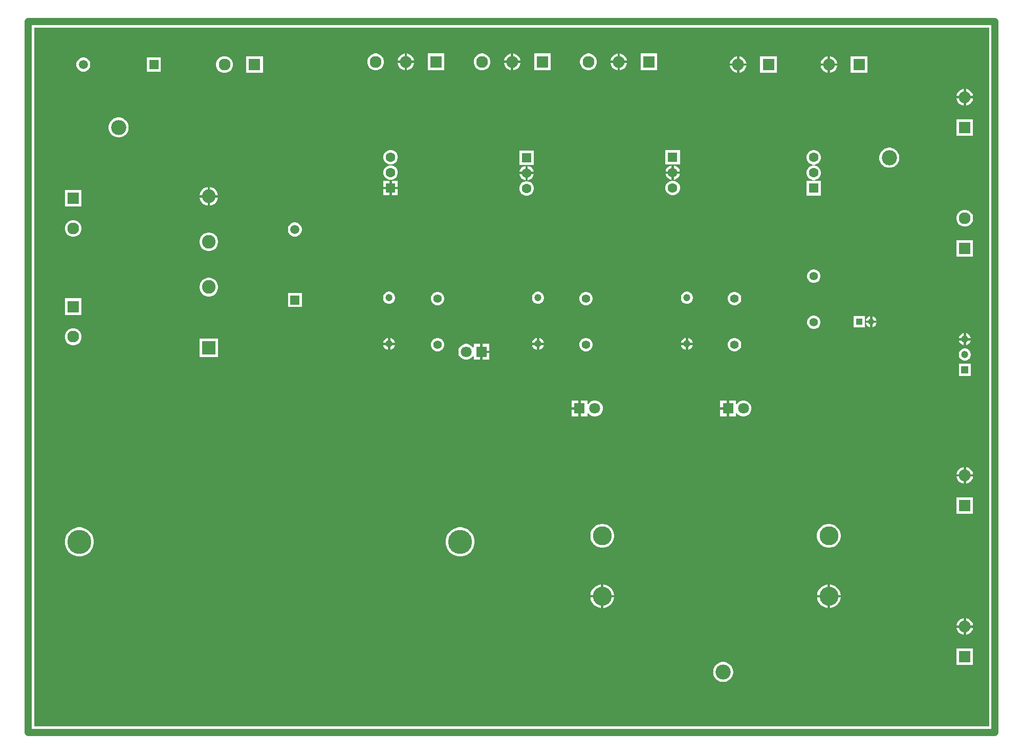
<source format=gbl>
%FSDAX23Y23*%
%MOIN*%
%SFA1B1*%

%IPPOS*%
%ADD38C,0.047000*%
%ADD40C,0.063000*%
%ADD41R,0.063000X0.063000*%
%ADD42C,0.157000*%
%ADD43C,0.123000*%
%ADD44O,0.099000X0.097000*%
%ADD45O,0.099000X0.099000*%
%ADD46C,0.055000*%
%ADD47C,0.063000*%
%ADD48R,0.063000X0.063000*%
%ADD49C,0.071000*%
%ADD50R,0.071000X0.071000*%
%ADD51C,0.047000*%
%ADD52R,0.077000X0.077000*%
%ADD53C,0.077000*%
%ADD54R,0.077000X0.077000*%
%ADD55C,0.059000*%
%ADD56R,0.059000X0.059000*%
%ADD57C,0.089000*%
%ADD58R,0.089000X0.089000*%
%ADD59R,0.059000X0.059000*%
%ADD60R,0.047000X0.047000*%
%ADD61R,0.041000X0.041000*%
%ADD62C,0.041000*%
%LNfuente-1*%
%LPD*%
G36*
X06260Y00040D02*
X00040D01*
Y04586*
X06260*
Y00040*
G37*
%LNfuente-2*%
%LPC*%
G36*
X03855Y04418D02*
Y04372D01*
X03901*
X03898Y04385*
X03891Y04397*
X03881Y04407*
X03868Y04414*
X03855Y04418*
G37*
G36*
X03162D02*
Y04372D01*
X03208*
X03204Y04385*
X03197Y04397*
X03187Y04407*
X03175Y04414*
X03162Y04418*
G37*
G36*
X02469D02*
Y04372D01*
X02515*
X02511Y04385*
X02504Y04397*
X02494Y04407*
X02482Y04414*
X02469Y04418*
G37*
G36*
X03840D02*
X03827Y04414D01*
X03814Y04407*
X03804Y04397*
X03797Y04385*
X03794Y04372*
X03840*
Y04418*
G37*
G36*
X03146D02*
X03133Y04414D01*
X03121Y04407*
X03111Y04397*
X03104Y04385*
X03100Y04372*
X03146*
Y04418*
G37*
G36*
X02453D02*
X02440Y04414D01*
X02427Y04407*
X02417Y04397*
X02410Y04385*
X02407Y04372*
X02453*
Y04418*
G37*
G36*
X05224Y04400D02*
Y04354D01*
X05270*
X05267Y04367*
X05260Y04379*
X05250Y04390*
X05237Y04397*
X05224Y04400*
G37*
G36*
X04634D02*
Y04354D01*
X04680*
X04676Y04367*
X04669Y04379*
X04659Y04390*
X04647Y04397*
X04634Y04400*
G37*
G36*
X05209D02*
X05196Y04397D01*
X05183Y04390*
X05173Y04379*
X05166Y04367*
X05163Y04354*
X05209*
Y04400*
G37*
G36*
X04618D02*
X04605Y04397D01*
X04593Y04390*
X04583Y04379*
X04576Y04367*
X04572Y04354*
X04618*
Y04400*
G37*
G36*
X03208Y04356D02*
X03162D01*
Y04310*
X03175Y04314*
X03187Y04321*
X03197Y04331*
X03204Y04343*
X03208Y04356*
G37*
G36*
X02515D02*
X02469D01*
Y04310*
X02482Y04314*
X02494Y04321*
X02504Y04331*
X02511Y04343*
X02515Y04356*
G37*
G36*
X03901D02*
X03855D01*
Y04310*
X03868Y04314*
X03881Y04321*
X03891Y04331*
X03898Y04343*
X03901Y04356*
G37*
G36*
X03840D02*
X03794D01*
X03797Y04343*
X03804Y04331*
X03814Y04321*
X03827Y04314*
X03840Y04310*
Y04356*
G37*
G36*
X03146D02*
X03100D01*
X03104Y04343*
X03111Y04331*
X03121Y04321*
X03133Y04314*
X03146Y04310*
Y04356*
G37*
G36*
X02453D02*
X02407D01*
X02410Y04343*
X02417Y04331*
X02427Y04321*
X02440Y04314*
X02453Y04310*
Y04356*
G37*
G36*
X04098Y04418D02*
X03990D01*
Y04310*
X04098*
Y04418*
G37*
G36*
X03658D02*
X03644D01*
X03630Y04414*
X03617Y04407*
X03607Y04397*
X03600Y04385*
X03596Y04371*
Y04357*
X03600Y04343*
X03607Y04331*
X03617Y04321*
X03630Y04314*
X03644Y04310*
X03658*
X03672Y04314*
X03684Y04321*
X03694Y04331*
X03701Y04343*
X03705Y04357*
Y04371*
X03701Y04385*
X03694Y04397*
X03684Y04407*
X03672Y04414*
X03658Y04418*
G37*
G36*
X03405D02*
X03297D01*
Y04310*
X03405*
Y04418*
G37*
G36*
X02964D02*
X02950D01*
X02936Y04414*
X02924Y04407*
X02914Y04397*
X02907Y04385*
X02903Y04371*
Y04357*
X02907Y04343*
X02914Y04331*
X02924Y04321*
X02936Y04314*
X02950Y04310*
X02964*
X02978Y04314*
X02990Y04321*
X03001Y04331*
X03008Y04343*
X03011Y04357*
Y04371*
X03008Y04385*
X03001Y04397*
X02990Y04407*
X02978Y04414*
X02964Y04418*
G37*
G36*
X02712D02*
X02603D01*
Y04310*
X02712*
Y04418*
G37*
G36*
X02271D02*
X02257D01*
X02243Y04414*
X02231Y04407*
X02220Y04397*
X02213Y04385*
X02210Y04371*
Y04357*
X02213Y04343*
X02220Y04331*
X02231Y04321*
X02243Y04314*
X02257Y04310*
X02271*
X02285Y04314*
X02297Y04321*
X02307Y04331*
X02314Y04343*
X02318Y04357*
Y04371*
X02314Y04385*
X02307Y04397*
X02297Y04407*
X02285Y04414*
X02271Y04418*
G37*
G36*
X00865Y04392D02*
X00775D01*
Y04301*
X00865*
Y04392*
G37*
G36*
X00367D02*
X00355D01*
X00344Y04388*
X00333Y04382*
X00325Y04374*
X00319Y04364*
X00316Y04352*
Y04340*
X00319Y04329*
X00325Y04318*
X00333Y04310*
X00344Y04304*
X00355Y04301*
X00367*
X00379Y04304*
X00389Y04310*
X00397Y04318*
X00403Y04329*
X00406Y04340*
Y04352*
X00403Y04364*
X00397Y04374*
X00389Y04382*
X00379Y04388*
X00367Y04392*
G37*
G36*
X05270Y04338D02*
X05224D01*
Y04292*
X05237Y04296*
X05250Y04303*
X05260Y04313*
X05267Y04325*
X05270Y04338*
G37*
G36*
X04680D02*
X04634D01*
Y04292*
X04647Y04296*
X04659Y04303*
X04669Y04313*
X04676Y04325*
X04680Y04338*
G37*
G36*
X05209D02*
X05163D01*
X05166Y04325*
X05173Y04313*
X05183Y04303*
X05196Y04296*
X05209Y04292*
Y04338*
G37*
G36*
X04618D02*
X04572D01*
X04576Y04325*
X04583Y04313*
X04593Y04303*
X04605Y04296*
X04618Y04292*
Y04338*
G37*
G36*
X05468Y04400D02*
X05359D01*
Y04292*
X05468*
Y04400*
G37*
G36*
X04877D02*
X04769D01*
Y04292*
X04877*
Y04400*
G37*
G36*
X01531D02*
X01422D01*
Y04292*
X01531*
Y04400*
G37*
G36*
X01287D02*
X01272D01*
X01259Y04397*
X01246Y04390*
X01236Y04379*
X01229Y04367*
X01225Y04353*
Y04339*
X01229Y04325*
X01236Y04313*
X01246Y04303*
X01259Y04296*
X01272Y04292*
X01287*
X01300Y04296*
X01313Y04303*
X01323Y04313*
X01330Y04325*
X01334Y04339*
Y04353*
X01330Y04367*
X01323Y04379*
X01313Y04390*
X01300Y04397*
X01287Y04400*
G37*
G36*
X06110Y04188D02*
Y04142D01*
X06156*
X06153Y04155*
X06146Y04167*
X06136Y04177*
X06123Y04184*
X06110Y04188*
G37*
G36*
X06094D02*
X06081Y04184D01*
X06069Y04177*
X06059Y04167*
X06052Y04155*
X06048Y04142*
X06094*
Y04188*
G37*
G36*
X06156Y04126D02*
X06110D01*
Y04080*
X06123Y04083*
X06136Y04091*
X06146Y04101*
X06153Y04113*
X06156Y04126*
G37*
G36*
X06094D02*
X06048D01*
X06052Y04113*
X06059Y04101*
X06069Y04091*
X06081Y04083*
X06094Y04080*
Y04126*
G37*
G36*
X06156Y03991D02*
X06048D01*
Y03883*
X06156*
Y03991*
G37*
G36*
X00597Y04002D02*
X00584D01*
X00572Y04000*
X00560Y03995*
X00549Y03987*
X00545Y03983*
X00544*
Y03982*
X00540Y03978*
X00537Y03974*
X00536Y03973*
X00535Y03971*
X00533Y03968*
X00531Y03964*
X00530Y03962*
X00529Y03959*
X00528Y03956*
X00527Y03952*
X00526Y03950*
Y03947*
Y03943*
Y03940*
X00525Y03937*
X00526Y03934*
Y03931*
Y03927*
Y03924*
X00527Y03922*
X00528Y03918*
X00529Y03915*
X00530Y03912*
X00531Y03910*
X00533Y03906*
X00535Y03903*
X00536Y03901*
X00537Y03900*
X00540Y03896*
X00544Y03892*
Y03891*
X00545*
X00549Y03887*
X00560Y03879*
X00572Y03875*
X00584Y03872*
X00597*
X00610Y03875*
X00621Y03879*
X00632Y03887*
X00636Y03891*
X00637*
Y03892*
X00641Y03896*
X00644Y03900*
X00645Y03901*
X00646Y03903*
X00648Y03906*
X00650Y03910*
X00651Y03912*
X00652Y03915*
X00653Y03918*
X00654Y03922*
X00655Y03924*
Y03927*
X00656Y03931*
Y03934*
Y03937*
Y03940*
Y03943*
X00655Y03947*
Y03950*
X00654Y03952*
X00653Y03956*
X00652Y03959*
X00651Y03962*
X00650Y03964*
X00648Y03968*
X00646Y03971*
X00645Y03973*
X00644Y03974*
X00641Y03978*
X00637Y03982*
Y03983*
X00636*
X00632Y03987*
X00621Y03995*
X00610Y04000*
X00597Y04002*
G37*
G36*
X04247Y03791D02*
X04152D01*
Y03696*
X04247*
Y03791*
G37*
G36*
X02368D02*
X02356D01*
X02344Y03787*
X02333Y03781*
X02324Y03772*
X02318Y03762*
X02315Y03750*
Y03737*
X02318Y03725*
X02324Y03714*
X02333Y03706*
X02344Y03699*
X02356Y03696*
X02368*
X02380Y03699*
X02391Y03706*
X02400Y03714*
X02406Y03725*
X02409Y03737*
Y03750*
X02406Y03762*
X02400Y03772*
X02391Y03781*
X02380Y03787*
X02368Y03791*
G37*
G36*
X05124Y03789D02*
X05112D01*
X05100Y03786*
X05089Y03780*
X05080Y03771*
X05074Y03760*
X05071Y03748*
Y03736*
X05074Y03723*
X05080Y03713*
X05089Y03704*
X05100Y03698*
X05112Y03694*
X05124*
X05136Y03698*
X05147Y03704*
X05156Y03713*
X05162Y03723*
X05165Y03736*
Y03748*
X05162Y03760*
X05156Y03771*
X05147Y03780*
X05136Y03786*
X05124Y03789*
G37*
G36*
X03295Y03787D02*
X03201D01*
Y03693*
X03295*
Y03787*
G37*
G36*
X05610Y03805D02*
X05607D01*
X05604*
X05601*
X05597Y03804*
X05594Y03803*
X05591*
X05588Y03801*
X05585Y03800*
X05582Y03799*
X05579Y03798*
X05577Y03796*
X05574Y03794*
X05571Y03792*
X05569Y03791*
X05567Y03788*
X05564Y03786*
X05562Y03784*
X05560Y03782*
X05558Y03779*
X05556Y03776*
X05554Y03774*
X05553Y03771*
X05551Y03768*
X05550Y03765*
X05549Y03762*
X05548Y03759*
X05547Y03756*
X05546Y03753*
Y03750*
X05545Y03747*
Y03743*
Y03740*
Y03737*
Y03734*
X05546Y03731*
Y03727*
X05547Y03724*
X05548Y03721*
X05549Y03718*
X05550Y03715*
X05551Y03712*
X05553Y03709*
X05554Y03707*
X05556Y03704*
X05558Y03701*
X05560Y03699*
X05562Y03696*
X05564Y03694*
X05567Y03692*
X05569Y03690*
X05571Y03688*
X05574Y03686*
X05577Y03684*
X05579Y03683*
X05582Y03681*
X05585Y03680*
X05588Y03679*
X05591Y03678*
X05594Y03677*
X05597Y03676*
X05601*
X05604Y03675*
X05607*
X05610*
X05613*
X05617*
X05620Y03676*
X05623*
X05626Y03677*
X05629Y03678*
X05632Y03679*
X05635Y03680*
X05638Y03681*
X05641Y03683*
X05644Y03684*
X05647Y03686*
X05649Y03688*
X05652Y03690*
X05654Y03692*
X05656Y03694*
X05658Y03696*
X05661Y03699*
X05662Y03701*
X05665Y03704*
X05666Y03707*
X05668Y03709*
X05669Y03712*
X05671Y03715*
X05672Y03718*
X05673Y03721*
Y03724*
X05674Y03727*
X05675Y03731*
Y03734*
Y03737*
X05676Y03740*
X05675Y03743*
Y03747*
Y03750*
X05674Y03753*
X05673Y03756*
Y03759*
X05672Y03762*
X05671Y03765*
X05669Y03768*
X05668Y03771*
X05666Y03774*
X05665Y03776*
X05662Y03779*
X05661Y03782*
X05658Y03784*
X05656Y03786*
X05654Y03788*
X05652Y03791*
X05649Y03792*
X05647Y03794*
X05644Y03796*
X05641Y03798*
X05638Y03799*
X05635Y03800*
X05632Y03801*
X05629Y03803*
X05626*
X05623Y03804*
X05620Y03805*
X05617*
X05613*
X05610*
G37*
G36*
X04207Y03690D02*
Y03651D01*
X04246*
X04244Y03662*
X04237Y03672*
X04228Y03681*
X04218Y03687*
X04207Y03690*
G37*
G36*
X04192D02*
X04181Y03687D01*
X04170Y03681*
X04162Y03672*
X04155Y03662*
X04153Y03651*
X04192*
Y03690*
G37*
G36*
X03256Y03687D02*
Y03648D01*
X03295*
X03292Y03658*
X03286Y03669*
X03277Y03678*
X03266Y03684*
X03256Y03687*
G37*
G36*
X03240D02*
X03230Y03684D01*
X03219Y03678*
X03210Y03669*
X03204Y03658*
X03201Y03648*
X03240*
Y03687*
G37*
G36*
X04246Y03635D02*
X04207D01*
Y03597*
X04218Y03599*
X04228Y03606*
X04237Y03614*
X04244Y03625*
X04246Y03635*
G37*
G36*
X04192D02*
X04153D01*
X04155Y03625*
X04162Y03614*
X04170Y03606*
X04181Y03599*
X04192Y03597*
Y03635*
G37*
G36*
X02368Y03691D02*
X02356D01*
X02344Y03687*
X02333Y03681*
X02324Y03672*
X02318Y03662*
X02315Y03650*
Y03637*
X02318Y03625*
X02324Y03614*
X02333Y03606*
X02344Y03599*
X02356Y03596*
X02368*
X02380Y03599*
X02391Y03606*
X02400Y03614*
X02406Y03625*
X02409Y03637*
Y03650*
X02406Y03662*
X02400Y03672*
X02391Y03681*
X02380Y03687*
X02368Y03691*
G37*
G36*
X05124Y03689D02*
X05112D01*
X05100Y03686*
X05089Y03680*
X05080Y03671*
X05074Y03660*
X05071Y03648*
Y03636*
X05074Y03623*
X05080Y03613*
X05089Y03604*
X05100Y03598*
X05112Y03594*
X05124*
X05136Y03598*
X05147Y03604*
X05156Y03613*
X05162Y03623*
X05165Y03636*
Y03648*
X05162Y03660*
X05156Y03671*
X05147Y03680*
X05136Y03686*
X05124Y03689*
G37*
G36*
X03295Y03632D02*
X03256D01*
Y03593*
X03266Y03596*
X03277Y03602*
X03286Y03611*
X03292Y03622*
X03295Y03632*
G37*
G36*
X03240D02*
X03201D01*
X03204Y03622*
X03210Y03611*
X03219Y03602*
X03230Y03596*
X03240Y03593*
Y03632*
G37*
G36*
X02409Y03591D02*
X02370D01*
Y03551*
X02409*
Y03591*
G37*
G36*
X02354D02*
X02315D01*
Y03551*
X02354*
Y03591*
G37*
G36*
X01186Y03548D02*
Y03496D01*
X01238*
X01236Y03506*
X01232Y03517*
X01225Y03527*
X01217Y03535*
X01207Y03542*
X01196Y03546*
X01186Y03548*
G37*
G36*
X01170D02*
X01160Y03546D01*
X01149Y03542*
X01139Y03535*
X01131Y03527*
X01124Y03517*
X01120Y03506*
X01118Y03496*
X01170*
Y03548*
G37*
G36*
X04206Y03591D02*
X04193D01*
X04181Y03587*
X04170Y03581*
X04162Y03572*
X04155Y03562*
X04152Y03550*
Y03537*
X04155Y03525*
X04162Y03514*
X04170Y03506*
X04181Y03499*
X04193Y03496*
X04206*
X04218Y03499*
X04228Y03506*
X04237Y03514*
X04244Y03525*
X04247Y03537*
Y03550*
X04244Y03562*
X04237Y03572*
X04228Y03581*
X04218Y03587*
X04206Y03591*
G37*
G36*
X02409Y03535D02*
X02370D01*
Y03496*
X02409*
Y03535*
G37*
G36*
X02354D02*
X02315D01*
Y03496*
X02354*
Y03535*
G37*
G36*
X05165Y03589D02*
X05071D01*
Y03494*
X05165*
Y03589*
G37*
G36*
X03254Y03587D02*
X03242D01*
X03230Y03584*
X03219Y03578*
X03210Y03569*
X03204Y03558*
X03201Y03546*
Y03534*
X03204Y03522*
X03210Y03511*
X03219Y03502*
X03230Y03496*
X03242Y03493*
X03254*
X03266Y03496*
X03277Y03502*
X03286Y03511*
X03292Y03522*
X03295Y03534*
Y03546*
X03292Y03558*
X03286Y03569*
X03277Y03578*
X03266Y03584*
X03254Y03587*
G37*
G36*
X01238Y03480D02*
X01186D01*
Y03428*
X01196Y03430*
X01207Y03435*
X01217Y03441*
X01225Y03450*
X01232Y03460*
X01236Y03471*
X01238Y03480*
G37*
G36*
X01170D02*
X01118D01*
X01120Y03471*
X01124Y03460*
X01131Y03450*
X01139Y03441*
X01149Y03435*
X01160Y03430*
X01170Y03428*
Y03480*
G37*
G36*
X00349Y03531D02*
X00241D01*
Y03422*
X00349*
Y03531*
G37*
G36*
X06109Y03401D02*
X06095D01*
X06081Y03397*
X06069Y03390*
X06059Y03380*
X06052Y03367*
X06048Y03354*
Y03339*
X06052Y03326*
X06059Y03313*
X06069Y03303*
X06081Y03296*
X06095Y03292*
X06109*
X06123Y03296*
X06136Y03303*
X06146Y03313*
X06153Y03326*
X06156Y03339*
Y03354*
X06153Y03367*
X06146Y03380*
X06136Y03390*
X06123Y03397*
X06109Y03401*
G37*
G36*
X01744Y03318D02*
X01732D01*
X01721Y03315*
X01710Y03309*
X01702Y03300*
X01696Y03290*
X01693Y03278*
Y03266*
X01696Y03255*
X01702Y03245*
X01710Y03236*
X01721Y03230*
X01732Y03227*
X01744*
X01755Y03230*
X01766Y03236*
X01774Y03245*
X01780Y03255*
X01783Y03266*
Y03278*
X01780Y03290*
X01774Y03300*
X01766Y03309*
X01755Y03315*
X01744Y03318*
G37*
G36*
X00302Y03334D02*
X00288D01*
X00274Y03330*
X00262Y03323*
X00252Y03313*
X00245Y03300*
X00241Y03287*
Y03272*
X00245Y03259*
X00252Y03246*
X00262Y03236*
X00274Y03229*
X00288Y03225*
X00302*
X00316Y03229*
X00329Y03236*
X00339Y03246*
X00346Y03259*
X00349Y03272*
Y03287*
X00346Y03300*
X00339Y03313*
X00329Y03323*
X00316Y03330*
X00302Y03334*
G37*
G36*
X01184Y03253D02*
X01172D01*
X01160Y03251*
X01149Y03247*
X01139Y03240*
X01131Y03232*
X01124Y03222*
X01120Y03211*
X01118Y03199*
Y03187*
X01120Y03175*
X01124Y03164*
X01131Y03154*
X01139Y03146*
X01149Y03139*
X01160Y03135*
X01172Y03133*
X01184*
X01196Y03135*
X01207Y03139*
X01217Y03146*
X01225Y03154*
X01232Y03164*
X01236Y03175*
X01238Y03187*
Y03199*
X01236Y03211*
X01232Y03222*
X01225Y03232*
X01217Y03240*
X01207Y03247*
X01196Y03251*
X01184Y03253*
G37*
G36*
X06156Y03204D02*
X06048D01*
Y03095*
X06156*
Y03204*
G37*
G36*
X05124Y03012D02*
X05112D01*
X05101Y03009*
X05092Y03003*
X05083Y02995*
X05078Y02985*
X05075Y02974*
Y02963*
X05078Y02952*
X05083Y02942*
X05092Y02934*
X05101Y02928*
X05112Y02925*
X05124*
X05135Y02928*
X05145Y02934*
X05153Y02942*
X05158Y02952*
X05161Y02963*
Y02974*
X05158Y02985*
X05153Y02995*
X05145Y03003*
X05135Y03009*
X05124Y03012*
G37*
G36*
X01184Y02958D02*
X01172D01*
X01160Y02956*
X01149Y02951*
X01139Y02945*
X01131Y02936*
X01124Y02926*
X01120Y02915*
X01118Y02904*
Y02892*
X01120Y02880*
X01124Y02869*
X01131Y02859*
X01139Y02851*
X01149Y02844*
X01160Y02840*
X01172Y02837*
X01184*
X01196Y02840*
X01207Y02844*
X01217Y02851*
X01225Y02859*
X01232Y02869*
X01236Y02880*
X01238Y02892*
Y02904*
X01236Y02915*
X01232Y02926*
X01225Y02936*
X01217Y02945*
X01207Y02951*
X01196Y02956*
X01184Y02958*
G37*
G36*
X04297Y02868D02*
X04287D01*
X04277Y02865*
X04268Y02860*
X04261Y02852*
X04256Y02844*
X04253Y02833*
Y02823*
X04256Y02813*
X04261Y02804*
X04268Y02797*
X04277Y02792*
X04287Y02789*
X04297*
X04307Y02792*
X04316Y02797*
X04324Y02804*
X04329Y02813*
X04332Y02823*
Y02833*
X04329Y02844*
X04324Y02852*
X04316Y02860*
X04307Y02865*
X04297Y02868*
G37*
G36*
X03327D02*
X03317D01*
X03307Y02865*
X03298Y02860*
X03291Y02852*
X03286Y02844*
X03283Y02833*
Y02823*
X03286Y02813*
X03291Y02804*
X03298Y02797*
X03307Y02792*
X03317Y02789*
X03327*
X03337Y02792*
X03346Y02797*
X03354Y02804*
X03359Y02813*
X03362Y02823*
Y02833*
X03359Y02844*
X03354Y02852*
X03346Y02860*
X03337Y02865*
X03327Y02868*
G37*
G36*
X02357D02*
X02347D01*
X02337Y02865*
X02328Y02860*
X02321Y02852*
X02316Y02844*
X02313Y02833*
Y02823*
X02316Y02813*
X02321Y02804*
X02328Y02797*
X02337Y02792*
X02347Y02789*
X02357*
X02367Y02792*
X02376Y02797*
X02384Y02804*
X02389Y02813*
X02392Y02823*
Y02833*
X02389Y02844*
X02384Y02852*
X02376Y02860*
X02367Y02865*
X02357Y02868*
G37*
G36*
X04608Y02867D02*
X04597D01*
X04585Y02864*
X04576Y02858*
X04568Y02850*
X04562Y02840*
X04559Y02829*
Y02818*
X04562Y02807*
X04568Y02797*
X04576Y02789*
X04585Y02783*
X04597Y02780*
X04608*
X04619Y02783*
X04629Y02789*
X04637Y02797*
X04643Y02807*
X04646Y02818*
Y02829*
X04643Y02840*
X04637Y02850*
X04629Y02858*
X04619Y02864*
X04608Y02867*
G37*
G36*
X03640D02*
X03629D01*
X03618Y02864*
X03608Y02858*
X03600Y02850*
X03594Y02840*
X03591Y02829*
Y02818*
X03594Y02807*
X03600Y02797*
X03608Y02789*
X03618Y02783*
X03629Y02780*
X03640*
X03651Y02783*
X03661Y02789*
X03669Y02797*
X03675Y02807*
X03678Y02818*
Y02829*
X03675Y02840*
X03669Y02850*
X03661Y02858*
X03651Y02864*
X03640Y02867*
G37*
G36*
X02673D02*
X02662D01*
X02650Y02864*
X02641Y02858*
X02633Y02850*
X02627Y02840*
X02624Y02829*
Y02818*
X02627Y02807*
X02633Y02797*
X02641Y02789*
X02650Y02783*
X02662Y02780*
X02673*
X02684Y02783*
X02694Y02789*
X02702Y02797*
X02708Y02807*
X02711Y02818*
Y02829*
X02708Y02840*
X02702Y02850*
X02694Y02858*
X02684Y02864*
X02673Y02867*
G37*
G36*
X01783Y02859D02*
X01693D01*
Y02768*
X01783*
Y02859*
G37*
G36*
X00349Y02826D02*
X00241D01*
Y02717*
X00349*
Y02826*
G37*
G36*
X05500Y02709D02*
Y02681D01*
X05528*
X05526Y02687*
X05521Y02695*
X05514Y02702*
X05506Y02707*
X05500Y02709*
G37*
G36*
X05484D02*
X05478Y02707D01*
X05470Y02702*
X05463Y02695*
X05458Y02687*
X05457Y02681*
X05484*
Y02709*
G37*
G36*
X05528Y02665D02*
X05500D01*
Y02637*
X05506Y02639*
X05514Y02644*
X05521Y02651*
X05526Y02659*
X05528Y02665*
G37*
G36*
X05484D02*
X05457D01*
X05458Y02659*
X05463Y02651*
X05470Y02644*
X05478Y02639*
X05484Y02637*
Y02665*
G37*
G36*
X05450Y02709D02*
X05377D01*
Y02637*
X05450*
Y02709*
G37*
G36*
X05124Y02712D02*
X05112D01*
X05101Y02709*
X05092Y02703*
X05083Y02695*
X05078Y02685*
X05075Y02674*
Y02663*
X05078Y02652*
X05083Y02642*
X05092Y02634*
X05101Y02628*
X05112Y02625*
X05124*
X05135Y02628*
X05145Y02634*
X05153Y02642*
X05158Y02652*
X05161Y02663*
Y02674*
X05158Y02685*
X05153Y02695*
X05145Y02703*
X05135Y02709*
X05124Y02712*
G37*
G36*
X06110Y02598D02*
Y02567D01*
X06141*
X06139Y02574*
X06134Y02583*
X06127Y02591*
X06118Y02596*
X06110Y02598*
G37*
G36*
X06094D02*
X06087Y02596D01*
X06078Y02591*
X06071Y02583*
X06066Y02574*
X06064Y02567*
X06094*
Y02598*
G37*
G36*
X04300Y02567D02*
Y02536D01*
X04331*
X04329Y02544*
X04324Y02552*
X04316Y02560*
X04307Y02565*
X04300Y02567*
G37*
G36*
X03330D02*
Y02536D01*
X03361*
X03359Y02544*
X03354Y02552*
X03346Y02560*
X03337Y02565*
X03330Y02567*
G37*
G36*
X02360D02*
Y02536D01*
X02391*
X02389Y02544*
X02384Y02552*
X02376Y02560*
X02367Y02565*
X02360Y02567*
G37*
G36*
X04284D02*
X04277Y02565D01*
X04268Y02560*
X04261Y02552*
X04256Y02544*
X04254Y02536*
X04284*
Y02567*
G37*
G36*
X03314D02*
X03307Y02565D01*
X03298Y02560*
X03291Y02552*
X03286Y02544*
X03284Y02536*
X03314*
Y02567*
G37*
G36*
X02344D02*
X02337Y02565D01*
X02328Y02560*
X02321Y02552*
X02316Y02544*
X02314Y02536*
X02344*
Y02567*
G37*
G36*
X00302Y02629D02*
X00288D01*
X00274Y02625*
X00262Y02618*
X00252Y02608*
X00245Y02595*
X00241Y02582*
Y02567*
X00245Y02554*
X00252Y02541*
X00262Y02531*
X00274Y02524*
X00288Y02520*
X00302*
X00316Y02524*
X00329Y02531*
X00339Y02541*
X00346Y02554*
X00349Y02567*
Y02582*
X00346Y02595*
X00339Y02608*
X00329Y02618*
X00316Y02625*
X00302Y02629*
G37*
G36*
X06141Y02551D02*
X06110D01*
Y02520*
X06118Y02522*
X06127Y02528*
X06134Y02535*
X06139Y02544*
X06141Y02551*
G37*
G36*
X06094D02*
X06064D01*
X06066Y02544*
X06071Y02535*
X06078Y02528*
X06087Y02522*
X06094Y02520*
Y02551*
G37*
G36*
X02946Y02528D02*
X02903D01*
Y02505*
X02898Y02504*
X02896Y02508*
X02886Y02517*
X02874Y02524*
X02861Y02528*
X02848*
X02834Y02524*
X02823Y02517*
X02813Y02508*
X02806Y02496*
X02803Y02483*
Y02469*
X02806Y02456*
X02813Y02445*
X02823Y02435*
X02834Y02428*
X02848Y02425*
X02861*
X02874Y02428*
X02886Y02435*
X02896Y02445*
X02898Y02449*
X02903Y02447*
Y02425*
X02946*
Y02476*
Y02528*
G37*
G36*
X04331Y02520D02*
X04300D01*
Y02490*
X04307Y02492*
X04316Y02497*
X04324Y02504*
X04329Y02513*
X04331Y02520*
G37*
G36*
X03361D02*
X03330D01*
Y02490*
X03337Y02492*
X03346Y02497*
X03354Y02504*
X03359Y02513*
X03361Y02520*
G37*
G36*
X02391D02*
X02360D01*
Y02490*
X02367Y02492*
X02376Y02497*
X02384Y02504*
X02389Y02513*
X02391Y02520*
G37*
G36*
X04284D02*
X04254D01*
X04256Y02513*
X04261Y02504*
X04268Y02497*
X04277Y02492*
X04284Y02490*
Y02520*
G37*
G36*
X03314D02*
X03284D01*
X03286Y02513*
X03291Y02504*
X03298Y02497*
X03307Y02492*
X03314Y02490*
Y02520*
G37*
G36*
X02344D02*
X02314D01*
X02316Y02513*
X02321Y02504*
X02328Y02497*
X02337Y02492*
X02344Y02490*
Y02520*
G37*
G36*
X03006Y02528D02*
X02962D01*
Y02484*
X03006*
Y02528*
G37*
G36*
X04608Y02567D02*
X04597D01*
X04585Y02564*
X04576Y02558*
X04568Y02550*
X04562Y02540*
X04559Y02529*
Y02518*
X04562Y02507*
X04568Y02497*
X04576Y02489*
X04585Y02483*
X04597Y02480*
X04608*
X04619Y02483*
X04629Y02489*
X04637Y02497*
X04643Y02507*
X04646Y02518*
Y02529*
X04643Y02540*
X04637Y02550*
X04629Y02558*
X04619Y02564*
X04608Y02567*
G37*
G36*
X03640D02*
X03629D01*
X03618Y02564*
X03608Y02558*
X03600Y02550*
X03594Y02540*
X03591Y02529*
Y02518*
X03594Y02507*
X03600Y02497*
X03608Y02489*
X03618Y02483*
X03629Y02480*
X03640*
X03651Y02483*
X03661Y02489*
X03669Y02497*
X03675Y02507*
X03678Y02518*
Y02529*
X03675Y02540*
X03669Y02550*
X03661Y02558*
X03651Y02564*
X03640Y02567*
G37*
G36*
X02673D02*
X02662D01*
X02650Y02564*
X02641Y02558*
X02633Y02550*
X02627Y02540*
X02624Y02529*
Y02518*
X02627Y02507*
X02633Y02497*
X02641Y02489*
X02650Y02483*
X02662Y02480*
X02673*
X02684Y02483*
X02694Y02489*
X02702Y02497*
X02708Y02507*
X02711Y02518*
Y02529*
X02708Y02540*
X02702Y02550*
X02694Y02558*
X02684Y02564*
X02673Y02567*
G37*
G36*
X01238Y02564D02*
X01118D01*
Y02444*
X01238*
Y02564*
G37*
G36*
X03006Y02468D02*
X02962D01*
Y02425*
X03006*
Y02468*
G37*
G36*
X06108Y02498D02*
X06097D01*
X06087Y02496*
X06078Y02491*
X06071Y02483*
X06066Y02474*
X06063Y02464*
Y02454*
X06066Y02444*
X06071Y02435*
X06078Y02428*
X06087Y02422*
X06097Y02420*
X06108*
X06118Y02422*
X06127Y02428*
X06134Y02435*
X06139Y02444*
X06142Y02454*
Y02464*
X06139Y02474*
X06134Y02483*
X06127Y02491*
X06118Y02496*
X06108Y02498*
G37*
G36*
X06142Y02398D02*
X06063D01*
Y02320*
X06142*
Y02398*
G37*
G36*
X04666Y02160D02*
X04653D01*
X04640Y02156*
X04628Y02149*
X04618Y02140*
X04616Y02136*
X04611Y02137*
Y02160*
X04567*
Y02108*
Y02057*
X04611*
Y02079*
X04616Y02081*
X04618Y02077*
X04628Y02067*
X04640Y02060*
X04653Y02057*
X04666*
X04679Y02060*
X04691Y02067*
X04701Y02077*
X04708Y02088*
X04711Y02102*
Y02115*
X04708Y02128*
X04701Y02140*
X04691Y02149*
X04679Y02156*
X04666Y02160*
G37*
G36*
X03699D02*
X03685D01*
X03672Y02156*
X03660Y02149*
X03651Y02140*
X03649Y02136*
X03644Y02137*
Y02160*
X03600*
Y02108*
Y02057*
X03644*
Y02079*
X03649Y02081*
X03651Y02077*
X03660Y02067*
X03672Y02060*
X03685Y02057*
X03699*
X03712Y02060*
X03724Y02067*
X03733Y02077*
X03740Y02088*
X03744Y02102*
Y02115*
X03740Y02128*
X03733Y02140*
X03724Y02149*
X03712Y02156*
X03699Y02160*
G37*
G36*
X04552D02*
X04508D01*
Y02116*
X04552*
Y02160*
G37*
G36*
X03584D02*
X03541D01*
Y02116*
X03584*
Y02160*
G37*
G36*
X04552Y02100D02*
X04508D01*
Y02057*
X04552*
Y02100*
G37*
G36*
X03584D02*
X03541D01*
Y02057*
X03584*
Y02100*
G37*
G36*
X06110Y01727D02*
Y01681D01*
X06156*
X06153Y01694*
X06146Y01706*
X06136Y01717*
X06123Y01724*
X06110Y01727*
G37*
G36*
X06094D02*
X06081Y01724D01*
X06069Y01717*
X06059Y01706*
X06052Y01694*
X06048Y01681*
X06094*
Y01727*
G37*
G36*
X06156Y01665D02*
X06110D01*
Y01619*
X06123Y01623*
X06136Y01630*
X06146Y01640*
X06153Y01652*
X06156Y01665*
G37*
G36*
X06094D02*
X06048D01*
X06052Y01652*
X06059Y01640*
X06069Y01630*
X06081Y01623*
X06094Y01619*
Y01665*
G37*
G36*
X06156Y01531D02*
X06048D01*
Y01422*
X06156*
Y01531*
G37*
G36*
X05224Y01357D02*
X05209D01*
X05194Y01354*
X05180Y01348*
X05167Y01339*
X05157Y01329*
X05148Y01316*
X05142Y01302*
X05139Y01287*
Y01272*
X05142Y01257*
X05148Y01243*
X05157Y01230*
X05167Y01220*
X05180Y01211*
X05194Y01205*
X05209Y01202*
X05224*
X05239Y01205*
X05253Y01211*
X05266Y01220*
X05276Y01230*
X05285Y01243*
X05291Y01257*
X05294Y01272*
Y01287*
X05291Y01302*
X05285Y01316*
X05276Y01329*
X05266Y01339*
X05253Y01348*
X05239Y01354*
X05224Y01357*
G37*
G36*
X03748D02*
X03733D01*
X03718Y01354*
X03704Y01348*
X03691Y01339*
X03680Y01329*
X03672Y01316*
X03666Y01302*
X03663Y01287*
Y01272*
X03666Y01257*
X03672Y01243*
X03680Y01230*
X03691Y01220*
X03704Y01211*
X03718Y01205*
X03733Y01202*
X03748*
X03763Y01205*
X03777Y01211*
X03789Y01220*
X03800Y01230*
X03808Y01243*
X03814Y01257*
X03817Y01272*
Y01287*
X03814Y01302*
X03808Y01316*
X03800Y01329*
X03789Y01339*
X03777Y01348*
X03763Y01354*
X03748Y01357*
G37*
G36*
X02824Y01335D02*
X02806D01*
X02787Y01331*
X02770Y01324*
X02755Y01314*
X02742Y01300*
X02731Y01285*
X02724Y01268*
X02721Y01249*
Y01231*
X02724Y01213*
X02731Y01195*
X02742Y01180*
X02755Y01167*
X02770Y01156*
X02787Y01149*
X02806Y01146*
X02824*
X02843Y01149*
X02860Y01156*
X02875Y01167*
X02888Y01180*
X02899Y01195*
X02906Y01213*
X02909Y01231*
Y01249*
X02906Y01268*
X02899Y01285*
X02888Y01300*
X02875Y01314*
X02860Y01324*
X02843Y01331*
X02824Y01335*
G37*
G36*
X00344D02*
X00325D01*
X00307Y01331*
X00290Y01324*
X00274Y01314*
X00261Y01300*
X00251Y01285*
X00244Y01268*
X00240Y01249*
Y01231*
X00244Y01213*
X00251Y01195*
X00261Y01180*
X00274Y01167*
X00290Y01156*
X00307Y01149*
X00325Y01146*
X00344*
X00362Y01149*
X00379Y01156*
X00395Y01167*
X00408Y01180*
X00418Y01195*
X00425Y01213*
X00429Y01231*
Y01249*
X00425Y01268*
X00418Y01285*
X00408Y01300*
X00395Y01314*
X00379Y01324*
X00362Y01331*
X00344Y01335*
G37*
G36*
X05224Y00963D02*
Y00894D01*
X05294*
X05291Y00908*
X05285Y00922*
X05276Y00935*
X05266Y00946*
X05253Y00954*
X05239Y00960*
X05224Y00963*
G37*
G36*
X05209D02*
X05194Y00960D01*
X05180Y00954*
X05167Y00946*
X05157Y00935*
X05148Y00922*
X05142Y00908*
X05140Y00894*
X05209*
Y00963*
G37*
G36*
X03748D02*
Y00894D01*
X03817*
X03814Y00908*
X03808Y00922*
X03800Y00935*
X03789Y00946*
X03777Y00954*
X03763Y00960*
X03748Y00963*
G37*
G36*
X03732D02*
X03718Y00960D01*
X03704Y00954*
X03691Y00946*
X03680Y00935*
X03672Y00922*
X03666Y00908*
X03663Y00894*
X03732*
Y00963*
G37*
G36*
Y00878D02*
X03663D01*
X03666Y00863*
X03672Y00849*
X03680Y00837*
X03691Y00826*
X03704Y00818*
X03718Y00812*
X03732Y00809*
Y00878*
G37*
G36*
X05294D02*
X05224D01*
Y00809*
X05239Y00812*
X05253Y00818*
X05266Y00826*
X05276Y00837*
X05285Y00849*
X05291Y00863*
X05294Y00878*
G37*
G36*
X05209D02*
X05140D01*
X05142Y00863*
X05148Y00849*
X05157Y00837*
X05167Y00826*
X05180Y00818*
X05194Y00812*
X05209Y00809*
Y00878*
G37*
G36*
X03817D02*
X03748D01*
Y00809*
X03763Y00812*
X03777Y00818*
X03789Y00826*
X03800Y00837*
X03808Y00849*
X03814Y00863*
X03817Y00878*
G37*
G36*
X06110Y00743D02*
Y00697D01*
X06156*
X06153Y00710*
X06146Y00722*
X06136Y00732*
X06123Y00739*
X06110Y00743*
G37*
G36*
X06094D02*
X06081Y00739D01*
X06069Y00732*
X06059Y00722*
X06052Y00710*
X06048Y00697*
X06094*
Y00743*
G37*
G36*
X06156Y00681D02*
X06110D01*
Y00635*
X06123Y00639*
X06136Y00646*
X06146Y00656*
X06153Y00668*
X06156Y00681*
G37*
G36*
X06094D02*
X06048D01*
X06052Y00668*
X06059Y00656*
X06069Y00646*
X06081Y00639*
X06094Y00635*
Y00681*
G37*
G36*
X06156Y00546D02*
X06048D01*
Y00438*
X06156*
Y00546*
G37*
G36*
X04534Y00459D02*
X04521D01*
X04509Y00456*
X04497Y00451*
X04486Y00444*
X04482Y00440*
X04481Y00439*
X04477Y00435*
X04474Y00431*
X04473Y00430*
X04472Y00428*
X04470Y00424*
X04468Y00421*
X04467Y00418*
X04466Y00416*
X04465Y00413*
X04464Y00409*
X04463Y00406*
Y00403*
Y00400*
Y00397*
X04462Y00394*
X04463Y00391*
Y00387*
Y00384*
Y00381*
X04464Y00378*
X04465Y00375*
X04466Y00371*
X04467Y00369*
X04468Y00367*
X04470Y00363*
X04472Y00359*
X04473Y00358*
X04474Y00357*
X04477Y00352*
X04481Y00349*
Y00348*
X04482*
X04486Y00343*
X04497Y00336*
X04509Y00331*
X04521Y00329*
X04534*
X04547Y00331*
X04558Y00336*
X04569Y00343*
X04573Y00348*
X04574*
Y00349*
X04578Y00352*
X04581Y00357*
X04582Y00358*
X04583Y00359*
X04585Y00363*
X04587Y00367*
X04588Y00369*
X04589Y00371*
X04590Y00375*
X04591Y00378*
X04592Y00381*
Y00384*
X04593Y00387*
Y00391*
Y00394*
Y00397*
Y00400*
X04592Y00403*
Y00406*
X04591Y00409*
X04590Y00413*
X04589Y00416*
X04588Y00418*
X04587Y00421*
X04585Y00424*
X04583Y00428*
X04582Y00430*
X04581Y00431*
X04578Y00435*
X04574Y00439*
X04573Y00440*
X04569Y00444*
X04558Y00451*
X04547Y00456*
X04534Y00459*
G37*
%LNfuente-3*%
%LPD*%
G54D38*
X06299Y00000D02*
Y04626D01*
X00000Y00000D02*
X06299D01*
Y04626*
X00000Y00000D02*
Y04626D01*
Y00000D02*
Y04626D01*
Y00000D02*
X06299D01*
X00000Y04626D02*
X06299D01*
G54D40*
X04199Y03543D03*
Y03643D03*
X03248Y03540D03*
Y03640D03*
G54D41*
X04199Y03743D03*
X03248Y03740D03*
G54D42*
X02815Y01240D03*
X00335D03*
G54D43*
X03740Y01280D03*
Y00886D03*
X05217Y01280D03*
Y00886D03*
G54D44*
X04528Y00394D03*
X00591Y03937D03*
G54D45*
X05610Y03740D03*
G54D46*
X03635Y02523D03*
Y02823D03*
X02667Y02523D03*
Y02823D03*
X04602Y02523D03*
Y02823D03*
X05118Y02668D03*
Y02968D03*
G54D47*
X02362Y03743D03*
Y03643D03*
X05118Y03742D03*
Y03642D03*
G54D48*
X02362Y03543D03*
X05118Y03542D03*
G54D49*
X03692Y02108D03*
X04660D03*
X02854Y02476D03*
G54D50*
X03592Y02108D03*
X04560D03*
X02954Y02476D03*
G54D51*
X04292Y02528D03*
Y02828D03*
X03322Y02528D03*
Y02828D03*
X02352Y02528D03*
Y02828D03*
X06102Y02459D03*
Y02559D03*
G54D52*
X05413Y04346D03*
X04823D03*
X01476D03*
X04044Y04364D03*
X03351D03*
X02657D03*
G54D53*
X05217Y04346D03*
X04626D03*
X06102Y01673D03*
Y00689D03*
Y03346D03*
X00295Y02575D03*
Y03280D03*
X01280Y04346D03*
X03651Y04364D03*
X03847D03*
X02957D03*
X03154D03*
X02264D03*
X02461D03*
X06102Y04134D03*
G54D54*
X06102Y01476D03*
Y00492D03*
Y03150D03*
X00295Y02771D03*
Y03476D03*
X06102Y03937D03*
G54D55*
X01738Y03272D03*
X00361Y04346D03*
G54D56*
X01738Y02814D03*
G54D57*
X01178Y03488D03*
Y03193D03*
Y02898D03*
G54D58*
X01178Y02504D03*
G54D59*
X00820Y04346D03*
G54D60*
X06102Y02359D03*
G54D61*
X05413Y02673D03*
G54D62*
X05492Y02673D03*
M02*
</source>
